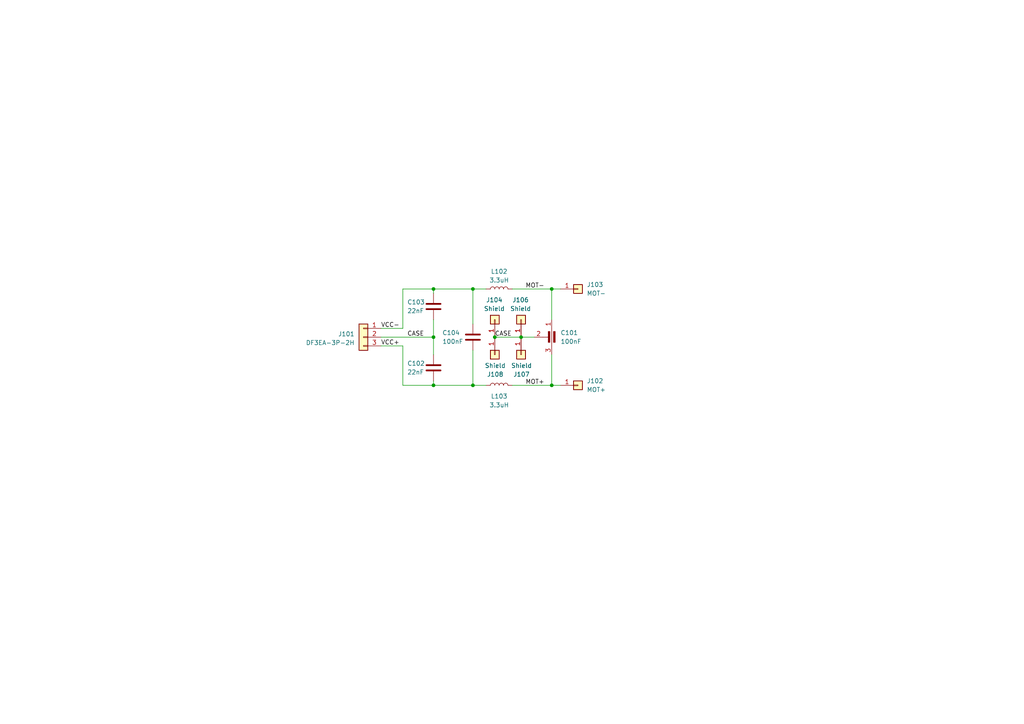
<source format=kicad_sch>
(kicad_sch (version 20250114) (generator "eeschema") (generator_version "9.0")
  (paper "A4")
  (title_block (title "Detector") (date "2024-12-03") (rev "${REVISION}") (company "${COMPANY}"))
  (lib_symbols
    (symbol "Connector_Generic:Conn_01x01" (pin_names (offset 1.016) (hide yes))
      (property "Reference" "J" (at 0 2.54 0))
      (property "Value" "Conn_01x01" (at 0 -2.54 0))
      (symbol "Conn_01x01_1_1"
        (rectangle (start -1.27 1.27) (end 1.27 -1.27) (stroke (width 0.254)) (fill (type background)))
        (rectangle (start -1.27 0.127) (end 0 -0.127) (stroke (width 0.1524)))
        (pin passive line (at -5.08 0 0) (length 3.81) (name "Pin_1") (number "1"))
      )
    )
    (symbol "Connector_Generic:Conn_01x03" (pin_names (offset 1.016) (hide yes))
      (property "Reference" "J" (at 0 5.08 0))
      (property "Value" "Conn_01x03" (at 0 -5.08 0))
      (symbol "Conn_01x03_1_1"
        (rectangle (start -1.27 3.81) (end 1.27 -3.81) (stroke (width 0.254)) (fill (type background)))
        (rectangle (start -1.27 2.667) (end 0 2.413) (stroke (width 0.1524)))
        (rectangle (start -1.27 0.127) (end 0 -0.127) (stroke (width 0.1524)))
        (rectangle (start -1.27 -2.413) (end 0 -2.667) (stroke (width 0.1524)))
        (pin passive line (at -5.08 2.54 0) (length 3.81) (name "Pin_1") (number "1"))
        (pin passive line (at -5.08 0 0) (length 3.81) (name "Pin_2") (number "2"))
        (pin passive line (at -5.08 -2.54 0) (length 3.81) (name "Pin_3") (number "3"))
      )
    )
    (symbol "Device:C" (pin_numbers (hide yes)) (pin_names (offset 0.254))
      (property "Reference" "C" (at 0.635 2.54 0))
      (property "Value" "C" (at 0.635 -2.54 0))
      (symbol "C_0_1"
        (polyline (pts (xy -2.032 0.762) (xy 2.032 0.762)) (stroke (width 0.508)))
        (polyline (pts (xy -2.032 -0.762) (xy 2.032 -0.762)) (stroke (width 0.508)))
      )
      (symbol "C_1_1"
        (pin passive line (at 0 3.81 270) (length 2.794) (name "~") (number "1"))
        (pin passive line (at 0 -3.81 90) (length 2.794) (name "~") (number "2"))
      )
    )
    (symbol "Device:C_Feedthrough" (pin_names (offset 0.254) (hide yes))
      (property "Reference" "C" (at 0 7.62 0))
      (property "Value" "C_Feedthrough" (at 0 5.715 0))
      (symbol "C_Feedthrough_0_1"
        (polyline (pts (xy -2.54 2.54) (xy 2.54 2.54)))
        (rectangle (start -1.651 1.524) (end 1.524 2.032) (fill (type outline)))
        (polyline (pts (xy 0 0) (xy 0 1.778)))
        (rectangle (start 1.524 3.048) (end -1.651 3.556) (fill (type outline)))
      )
      (symbol "C_Feedthrough_1_1"
        (pin passive line (at -5.08 2.54 0) (length 2.54) (name "1") (number "1"))
        (pin passive line (at 0 -2.54 90) (length 2.54) (name "2") (number "2"))
        (pin passive line (at 5.08 2.54 180) (length 2.54) (name "3") (number "3"))
      )
    )
    (symbol "Device:L" (pin_numbers (hide yes)) (pin_names (offset 1.016) (hide yes))
      (property "Reference" "L" (at -1.27 0 90))
      (property "Value" "L" (at 1.905 0 90))
      (symbol "L_0_1"
        (arc (start 0 2.54) (mid 0.6323 1.905) (end 0 1.27))
        (arc (start 0 1.27) (mid 0.6323 0.635) (end 0 0))
        (arc (start 0 0) (mid 0.6323 -0.635) (end 0 -1.27))
        (arc (start 0 -1.27) (mid 0.6323 -1.905) (end 0 -2.54))
      )
      (symbol "L_1_1"
        (pin passive line (at 0 3.81 270) (length 1.27) (name "1") (number "1"))
        (pin passive line (at 0 -3.81 90) (length 1.27) (name "2") (number "2"))
      )
    )
  )
  (junction (at 125.73 83.82))
  (junction (at 137.16 83.82))
  (junction (at 160.02 111.76))
  (junction (at 160.02 83.82))
  (junction (at 143.51 97.79))
  (junction (at 151.13 97.79))
  (junction (at 125.73 97.79))
  (junction (at 137.16 111.76))
  (junction (at 125.73 111.76))
  (wire (pts (xy 151.13 97.79) (xy 154.94 97.79)))
  (wire (pts (xy 137.16 101.6) (xy 137.16 111.76)))
  (wire (pts (xy 125.73 111.76) (xy 137.16 111.76)))
  (wire (pts (xy 125.73 83.82) (xy 116.84 83.82)))
  (wire (pts (xy 116.84 111.76) (xy 116.84 100.33)))
  (wire (pts (xy 110.49 100.33) (xy 116.84 100.33)))
  (wire (pts (xy 110.49 97.79) (xy 125.73 97.79)))
  (wire (pts (xy 143.51 97.79) (xy 151.13 97.79)))
  (wire (pts (xy 137.16 83.82) (xy 140.97 83.82)))
  (wire (pts (xy 125.73 83.82) (xy 137.16 83.82)))
  (wire (pts (xy 116.84 83.82) (xy 116.84 95.25)))
  (wire (pts (xy 148.59 111.76) (xy 160.02 111.76)))
  (wire (pts (xy 110.49 95.25) (xy 116.84 95.25)))
  (wire (pts (xy 125.73 111.76) (xy 125.73 110.49)))
  (wire (pts (xy 160.02 83.82) (xy 160.02 92.71)))
  (wire (pts (xy 160.02 83.82) (xy 162.56 83.82)))
  (wire (pts (xy 125.73 92.71) (xy 125.73 97.79)))
  (wire (pts (xy 160.02 111.76) (xy 160.02 102.87)))
  (wire (pts (xy 125.73 111.76) (xy 116.84 111.76)))
  (wire (pts (xy 148.59 83.82) (xy 160.02 83.82)))
  (wire (pts (xy 162.56 111.76) (xy 160.02 111.76)))
  (wire (pts (xy 137.16 83.82) (xy 137.16 93.98)))
  (wire (pts (xy 125.73 85.09) (xy 125.73 83.82)))
  (wire (pts (xy 137.16 111.76) (xy 140.97 111.76)))
  (wire (pts (xy 125.73 97.79) (xy 125.73 102.87)))
  (label "MOT+" (at 152.4 111.76 0))
  (label "CASE" (at 143.51 97.79 0))
  (label "CASE" (at 118.11 97.79 0))
  (label "MOT-" (at 152.4 83.82 0))
  (label "VCC-" (at 110.49 95.25 0))
  (label "VCC+" (at 110.49 100.33 0))
  (symbol (lib_id "Connector_Generic:Conn_01x01") (at 151.13 102.87 270) (unit 1) (in_bom no)
    (property "Reference" "J107" (at 153.67 108.585 90) (effects (justify right)))
    (property "Value" "Shield" (at 154.305 106.045 90) (effects (justify right)))
    (property "Footprint" "Pads:Motor_pad_shield" (effects (hide yes)))
    (property "Description" "Generic connector, single row, 01x01, script generated (kicad-library-utils/schlib/autogen/connector/)" (effects (hide yes)))
  )
  (symbol (lib_id "Connector_Generic:Conn_01x01") (at 143.51 102.87 270) (unit 1) (in_bom no)
    (property "Reference" "J108" (at 146.05 108.585 90) (effects (justify right)))
    (property "Value" "Shield" (at 146.685 106.045 90) (effects (justify right)))
    (property "Footprint" "Pads:Motor_pad_shield" (effects (hide yes)))
    (property "Description" "Generic connector, single row, 01x01, script generated (kicad-library-utils/schlib/autogen/connector/)" (effects (hide yes)))
  )
  (symbol (lib_id "Device:L") (at 144.78 83.82 90) (unit 1)
    (property "Reference" "L102" (at 144.78 78.74 90))
    (property "Value" "3.3uH" (at 144.78 81.28 90))
    (property "Footprint" "Inductor_SMD:L_Pulse_PA4332" (effects (hide yes)))
    (property "Description" "Inductor" (effects (hide yes)))
    (property "LCSC" "C2929417" (effects (hide yes)))
  )
  (symbol (lib_id "Device:L") (at 144.78 111.76 90) (unit 1)
    (property "Reference" "L103" (at 144.78 114.935 90))
    (property "Value" "3.3uH" (at 144.78 117.475 90))
    (property "Footprint" "Inductor_SMD:L_Pulse_PA4332" (effects (hide yes)))
    (property "Description" "Inductor" (effects (hide yes)))
    (property "LCSC" "C2929417" (effects (hide yes)))
  )
  (symbol (lib_id "Connector_Generic:Conn_01x03") (at 105.41 97.79 0) (mirror y) (unit 1)
    (property "Reference" "J101" (at 102.87 96.8755 0) (effects (justify left)))
    (property "Value" "DF3EA-3P-2H" (at 102.87 99.4155 0) (effects (justify left)))
    (property "Footprint" "TCY_connectors:Hirose_DF3A-03P-2DS_1x03_P2.00mm_Horizontal" (effects (hide yes)))
    (property "Description" "Generic connector, single row, 01x03, script generated (kicad-library-utils/schlib/autogen/connector/)" (effects (hide yes)))
    (property "LCSC" "C531021" (effects (hide yes)))
  )
  (symbol (lib_id "Device:C_Feedthrough") (at 157.48 97.79 270) (unit 1)
    (property "Reference" "C101" (at 162.56 96.5199 90) (effects (justify left)))
    (property "Value" "100nF" (at 162.56 99.0599 90) (effects (justify left)))
    (property "Footprint" "TCY_passives:C-FT_1206_3216Metric" (effects (hide yes)))
    (property "Description" "Feedthrough capacitor" (effects (hide yes)))
    (property "LCSC" "C433069" (effects (hide yes)))
  )
  (symbol (lib_id "Connector_Generic:Conn_01x01") (at 151.13 92.71 90) (unit 1) (in_bom no)
    (property "Reference" "J106" (at 148.59 86.995 90) (effects (justify right)))
    (property "Value" "Shield" (at 147.955 89.535 90) (effects (justify right)))
    (property "Footprint" "Pads:Motor_pad_shield" (effects (hide yes)))
    (property "Description" "Generic connector, single row, 01x01, script generated (kicad-library-utils/schlib/autogen/connector/)" (effects (hide yes)))
  )
  (symbol (lib_id "Device:C") (at 137.16 97.79 0) (unit 1)
    (property "Reference" "C104" (at 128.27 96.52 0) (effects (justify left)))
    (property "Value" "100nF" (at 128.27 99.06 0) (effects (justify left)))
    (property "Footprint" "Capacitor_SMD:C_0805_2012Metric" (effects (hide yes)))
    (property "Description" "Unpolarized capacitor" (effects (hide yes)))
    (property "LCSC" "C28233" (effects (hide yes)))
  )
  (symbol (lib_id "Connector_Generic:Conn_01x01") (at 167.64 83.82 0) (unit 1) (in_bom no)
    (property "Reference" "J103" (at 170.18 82.5499 0) (effects (justify left)))
    (property "Value" "MOT-" (at 170.18 85.0899 0) (effects (justify left)))
    (property "Footprint" "Pads:Motor_pad_air" (effects (hide yes)))
    (property "Description" "Generic connector, single row, 01x01, script generated (kicad-library-utils/schlib/autogen/connector/)" (effects (hide yes)))
  )
  (symbol (lib_id "Connector_Generic:Conn_01x01") (at 167.64 111.76 0) (unit 1) (in_bom no)
    (property "Reference" "J102" (at 170.18 110.4899 0) (effects (justify left)))
    (property "Value" "MOT+" (at 170.18 113.0299 0) (effects (justify left)))
    (property "Footprint" "Pads:Motor_pad_air" (effects (hide yes)))
    (property "Description" "Generic connector, single row, 01x01, script generated (kicad-library-utils/schlib/autogen/connector/)" (effects (hide yes)))
  )
  (symbol (lib_id "Device:C") (at 125.73 106.68 0) (unit 1)
    (property "Reference" "C102" (at 118.11 105.41 0) (effects (justify left)))
    (property "Value" "22nF" (at 118.11 107.95 0) (effects (justify left)))
    (property "Footprint" "Capacitor_SMD:C_0805_2012Metric" (effects (hide yes)))
    (property "Description" "Unpolarized capacitor" (effects (hide yes)))
    (property "LCSC" "C1729" (effects (hide yes)))
  )
  (symbol (lib_id "Device:C") (at 125.73 88.9 0) (unit 1)
    (property "Reference" "C103" (at 118.11 87.63 0) (effects (justify left)))
    (property "Value" "22nF" (at 118.11 90.17 0) (effects (justify left)))
    (property "Footprint" "Capacitor_SMD:C_0805_2012Metric" (effects (hide yes)))
    (property "Description" "Unpolarized capacitor" (effects (hide yes)))
    (property "LCSC" "C1729" (effects (hide yes)))
  )
  (symbol (lib_id "Connector_Generic:Conn_01x01") (at 143.51 92.71 90) (unit 1) (in_bom no)
    (property "Reference" "J104" (at 140.97 86.995 90) (effects (justify right)))
    (property "Value" "Shield" (at 140.335 89.535 90) (effects (justify right)))
    (property "Footprint" "Pads:Motor_pad_shield" (effects (hide yes)))
    (property "Description" "Generic connector, single row, 01x01, script generated (kicad-library-utils/schlib/autogen/connector/)" (effects (hide yes)))
  )
)
</source>
